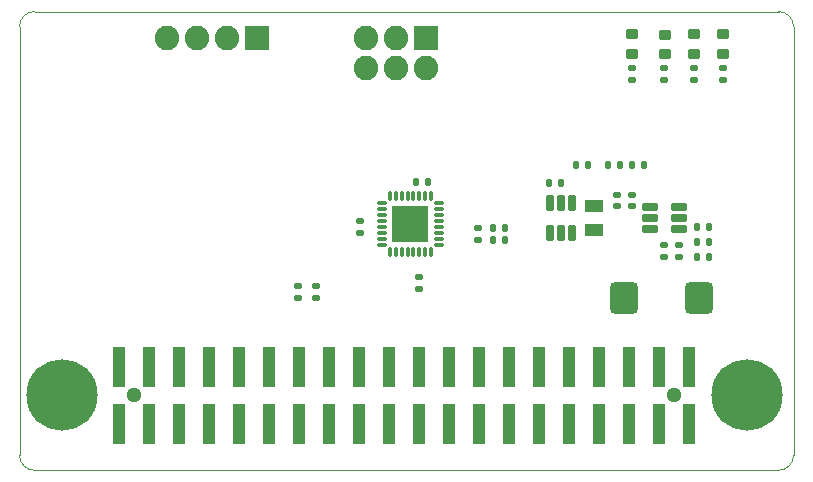
<source format=gts>
G04*
G04 #@! TF.GenerationSoftware,Altium Limited,Altium Designer,22.2.1 (43)*
G04*
G04 Layer_Color=8388736*
%FSLAX25Y25*%
%MOIN*%
G70*
G04*
G04 #@! TF.SameCoordinates,9D487286-0820-45C8-B7CC-BF608446F30D*
G04*
G04*
G04 #@! TF.FilePolarity,Negative*
G04*
G01*
G75*
%ADD17C,0.00100*%
G04:AMPARAMS|DCode=31|XSize=104.46mil|YSize=90.68mil|CornerRadius=12.27mil|HoleSize=0mil|Usage=FLASHONLY|Rotation=90.000|XOffset=0mil|YOffset=0mil|HoleType=Round|Shape=RoundedRectangle|*
%AMROUNDEDRECTD31*
21,1,0.10446,0.06614,0,0,90.0*
21,1,0.07992,0.09068,0,0,90.0*
1,1,0.02454,0.03307,0.03996*
1,1,0.02454,0.03307,-0.03996*
1,1,0.02454,-0.03307,-0.03996*
1,1,0.02454,-0.03307,0.03996*
%
%ADD31ROUNDEDRECTD31*%
G04:AMPARAMS|DCode=32|XSize=26.38mil|YSize=20.47mil|CornerRadius=5.81mil|HoleSize=0mil|Usage=FLASHONLY|Rotation=270.000|XOffset=0mil|YOffset=0mil|HoleType=Round|Shape=RoundedRectangle|*
%AMROUNDEDRECTD32*
21,1,0.02638,0.00886,0,0,270.0*
21,1,0.01476,0.02047,0,0,270.0*
1,1,0.01161,-0.00443,-0.00738*
1,1,0.01161,-0.00443,0.00738*
1,1,0.01161,0.00443,0.00738*
1,1,0.01161,0.00443,-0.00738*
%
%ADD32ROUNDEDRECTD32*%
G04:AMPARAMS|DCode=33|XSize=62.06mil|YSize=38.43mil|CornerRadius=3.27mil|HoleSize=0mil|Usage=FLASHONLY|Rotation=180.000|XOffset=0mil|YOffset=0mil|HoleType=Round|Shape=RoundedRectangle|*
%AMROUNDEDRECTD33*
21,1,0.06206,0.03189,0,0,180.0*
21,1,0.05551,0.03843,0,0,180.0*
1,1,0.00654,-0.02776,0.01595*
1,1,0.00654,0.02776,0.01595*
1,1,0.00654,0.02776,-0.01595*
1,1,0.00654,-0.02776,-0.01595*
%
%ADD33ROUNDEDRECTD33*%
G04:AMPARAMS|DCode=34|XSize=50.64mil|YSize=25.84mil|CornerRadius=4.35mil|HoleSize=0mil|Usage=FLASHONLY|Rotation=0.000|XOffset=0mil|YOffset=0mil|HoleType=Round|Shape=RoundedRectangle|*
%AMROUNDEDRECTD34*
21,1,0.05064,0.01713,0,0,0.0*
21,1,0.04193,0.02584,0,0,0.0*
1,1,0.00871,0.02097,-0.00856*
1,1,0.00871,-0.02097,-0.00856*
1,1,0.00871,-0.02097,0.00856*
1,1,0.00871,0.02097,0.00856*
%
%ADD34ROUNDEDRECTD34*%
G04:AMPARAMS|DCode=35|XSize=26.38mil|YSize=22.44mil|CornerRadius=6.3mil|HoleSize=0mil|Usage=FLASHONLY|Rotation=90.000|XOffset=0mil|YOffset=0mil|HoleType=Round|Shape=RoundedRectangle|*
%AMROUNDEDRECTD35*
21,1,0.02638,0.00984,0,0,90.0*
21,1,0.01378,0.02244,0,0,90.0*
1,1,0.01260,0.00492,0.00689*
1,1,0.01260,0.00492,-0.00689*
1,1,0.01260,-0.00492,-0.00689*
1,1,0.01260,-0.00492,0.00689*
%
%ADD35ROUNDEDRECTD35*%
G04:AMPARAMS|DCode=36|XSize=26.38mil|YSize=22.44mil|CornerRadius=6.3mil|HoleSize=0mil|Usage=FLASHONLY|Rotation=0.000|XOffset=0mil|YOffset=0mil|HoleType=Round|Shape=RoundedRectangle|*
%AMROUNDEDRECTD36*
21,1,0.02638,0.00984,0,0,0.0*
21,1,0.01378,0.02244,0,0,0.0*
1,1,0.01260,0.00689,-0.00492*
1,1,0.01260,-0.00689,-0.00492*
1,1,0.01260,-0.00689,0.00492*
1,1,0.01260,0.00689,0.00492*
%
%ADD36ROUNDEDRECTD36*%
G04:AMPARAMS|DCode=37|XSize=26.38mil|YSize=20.47mil|CornerRadius=5.81mil|HoleSize=0mil|Usage=FLASHONLY|Rotation=180.000|XOffset=0mil|YOffset=0mil|HoleType=Round|Shape=RoundedRectangle|*
%AMROUNDEDRECTD37*
21,1,0.02638,0.00886,0,0,180.0*
21,1,0.01476,0.02047,0,0,180.0*
1,1,0.01161,-0.00738,0.00443*
1,1,0.01161,0.00738,0.00443*
1,1,0.01161,0.00738,-0.00443*
1,1,0.01161,-0.00738,-0.00443*
%
%ADD37ROUNDEDRECTD37*%
G04:AMPARAMS|DCode=38|XSize=34.89mil|YSize=39.61mil|CornerRadius=6.28mil|HoleSize=0mil|Usage=FLASHONLY|Rotation=270.000|XOffset=0mil|YOffset=0mil|HoleType=Round|Shape=RoundedRectangle|*
%AMROUNDEDRECTD38*
21,1,0.03489,0.02705,0,0,270.0*
21,1,0.02232,0.03961,0,0,270.0*
1,1,0.01257,-0.01352,-0.01116*
1,1,0.01257,-0.01352,0.01116*
1,1,0.01257,0.01352,0.01116*
1,1,0.01257,0.01352,-0.01116*
%
%ADD38ROUNDEDRECTD38*%
%ADD39R,0.12465X0.12465*%
%ADD40O,0.03803X0.01244*%
%ADD41O,0.01244X0.03803*%
G04:AMPARAMS|DCode=42|XSize=50.64mil|YSize=25.84mil|CornerRadius=4.35mil|HoleSize=0mil|Usage=FLASHONLY|Rotation=90.000|XOffset=0mil|YOffset=0mil|HoleType=Round|Shape=RoundedRectangle|*
%AMROUNDEDRECTD42*
21,1,0.05064,0.01713,0,0,90.0*
21,1,0.04193,0.02584,0,0,90.0*
1,1,0.00871,0.00856,0.02097*
1,1,0.00871,0.00856,-0.02097*
1,1,0.00871,-0.00856,-0.02097*
1,1,0.00871,-0.00856,0.02097*
%
%ADD42ROUNDEDRECTD42*%
%ADD43R,0.04147X0.13595*%
%ADD44C,0.08200*%
%ADD45R,0.08200X0.08200*%
%ADD46C,0.23748*%
%ADD47C,0.05091*%
D17*
X100000Y105000D02*
G03*
X105000Y100000I5000J0D01*
G01*
X353000D02*
G03*
X358000Y105000I0J5000D01*
G01*
Y247953D02*
G03*
X353000Y252953I-5000J0D01*
G01*
X105000D02*
G03*
X100000Y247953I0J-5000D01*
G01*
Y105000D02*
Y108661D01*
X105000Y100000D02*
X108661D01*
X348031D02*
X353000D01*
X358000Y105000D02*
Y109968D01*
Y240425D02*
Y247953D01*
X345472Y252953D02*
X353000D01*
X105000D02*
X111221D01*
X100000Y241732D02*
Y247953D01*
X108661Y100000D02*
X348031D01*
X358000Y109968D02*
Y240425D01*
X100000Y108661D02*
Y241732D01*
X111221Y252953D02*
X345472D01*
D31*
X326476Y157480D02*
D03*
X301476D02*
D03*
D32*
X285402Y201772D02*
D03*
X289402D02*
D03*
X325787Y181102D02*
D03*
X329787D02*
D03*
X304102Y201772D02*
D03*
X308102D02*
D03*
X296228D02*
D03*
X300228D02*
D03*
X257842Y180709D02*
D03*
X261842D02*
D03*
D33*
X291339Y187992D02*
D03*
Y180118D02*
D03*
D34*
X319902Y180315D02*
D03*
Y184055D02*
D03*
Y187795D02*
D03*
X310020Y180315D02*
D03*
Y184055D02*
D03*
Y187795D02*
D03*
D35*
X325787Y176181D02*
D03*
X329724D02*
D03*
X325787Y171260D02*
D03*
X329724D02*
D03*
X257874Y176772D02*
D03*
X261811D02*
D03*
X280512Y195866D02*
D03*
X276575D02*
D03*
X232059Y196142D02*
D03*
X235996D02*
D03*
D36*
X299213Y191929D02*
D03*
Y187992D02*
D03*
X304134Y191929D02*
D03*
Y187992D02*
D03*
X213583Y183071D02*
D03*
Y179134D02*
D03*
D37*
X314961Y175228D02*
D03*
Y171228D02*
D03*
X319882D02*
D03*
Y175228D02*
D03*
X233268Y164402D02*
D03*
Y160402D02*
D03*
X252953Y180740D02*
D03*
Y176740D02*
D03*
X334646Y230283D02*
D03*
Y234283D02*
D03*
X324803Y230283D02*
D03*
Y234283D02*
D03*
X198819Y157449D02*
D03*
Y161449D02*
D03*
X192913Y157449D02*
D03*
Y161449D02*
D03*
X314961Y230283D02*
D03*
Y234283D02*
D03*
X304134Y230283D02*
D03*
Y234283D02*
D03*
D38*
X334646Y238937D02*
D03*
Y245315D02*
D03*
X324803Y238937D02*
D03*
Y245315D02*
D03*
X315181Y238787D02*
D03*
Y245165D02*
D03*
X304134Y238937D02*
D03*
Y245315D02*
D03*
D39*
X230315Y182087D02*
D03*
D40*
X220965Y175197D02*
D03*
Y177165D02*
D03*
Y179134D02*
D03*
Y181102D02*
D03*
Y183071D02*
D03*
Y185039D02*
D03*
Y187008D02*
D03*
Y188976D02*
D03*
X239665D02*
D03*
Y187008D02*
D03*
Y185039D02*
D03*
Y183071D02*
D03*
Y181102D02*
D03*
Y179134D02*
D03*
Y177165D02*
D03*
Y175197D02*
D03*
D41*
X223425Y191437D02*
D03*
X225394D02*
D03*
X227362D02*
D03*
X229331D02*
D03*
X231299D02*
D03*
X233268D02*
D03*
X235236D02*
D03*
X237205D02*
D03*
Y172736D02*
D03*
X235236D02*
D03*
X233268D02*
D03*
X231299D02*
D03*
X229331D02*
D03*
X227362D02*
D03*
X225394D02*
D03*
X223425D02*
D03*
D42*
X284252Y188996D02*
D03*
X280512D02*
D03*
X276772D02*
D03*
X284252Y179114D02*
D03*
X280512D02*
D03*
X276772D02*
D03*
D43*
X133173Y115453D02*
D03*
Y134547D02*
D03*
X143173Y115453D02*
D03*
Y134547D02*
D03*
X153173Y115453D02*
D03*
Y134547D02*
D03*
X163173Y115453D02*
D03*
Y134547D02*
D03*
X173173Y115453D02*
D03*
Y134547D02*
D03*
X183173Y115453D02*
D03*
Y134547D02*
D03*
X193173Y115453D02*
D03*
Y134547D02*
D03*
X203173Y115453D02*
D03*
Y134547D02*
D03*
X213173Y115453D02*
D03*
Y134547D02*
D03*
X223173Y115453D02*
D03*
Y134547D02*
D03*
X233173Y115453D02*
D03*
Y134547D02*
D03*
X243173Y115453D02*
D03*
Y134547D02*
D03*
X253173Y115453D02*
D03*
Y134547D02*
D03*
X263173Y115453D02*
D03*
Y134547D02*
D03*
X273173Y115453D02*
D03*
Y134547D02*
D03*
X283173Y115453D02*
D03*
Y134547D02*
D03*
X293173Y115453D02*
D03*
Y134547D02*
D03*
X303173Y115453D02*
D03*
Y134547D02*
D03*
X313173Y115453D02*
D03*
Y134547D02*
D03*
X323173Y115453D02*
D03*
Y134547D02*
D03*
D44*
X169291Y244094D02*
D03*
X159291D02*
D03*
X149291D02*
D03*
X215394Y234095D02*
D03*
X225394D02*
D03*
X235394D02*
D03*
X215394Y244094D02*
D03*
X225394D02*
D03*
D45*
X179291D02*
D03*
X235394D02*
D03*
D46*
X114000Y125000D02*
D03*
X342347Y125000D02*
D03*
D47*
X138173D02*
D03*
X318173D02*
D03*
M02*

</source>
